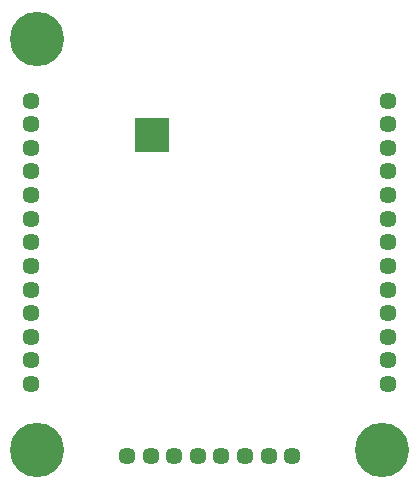
<source format=gbr>
%TF.GenerationSoftware,KiCad,Pcbnew,(5.1.6)-1*%
%TF.CreationDate,2021-04-01T07:08:55+01:00*%
%TF.ProjectId,xbeesxadapter,78626565-7378-4616-9461-707465722e6b,rev?*%
%TF.SameCoordinates,Original*%
%TF.FileFunction,Soldermask,Bot*%
%TF.FilePolarity,Negative*%
%FSLAX46Y46*%
G04 Gerber Fmt 4.6, Leading zero omitted, Abs format (unit mm)*
G04 Created by KiCad (PCBNEW (5.1.6)-1) date 2021-04-01 07:08:55*
%MOMM*%
%LPD*%
G01*
G04 APERTURE LIST*
%ADD10R,2.890000X2.890000*%
%ADD11C,1.450000*%
%ADD12C,4.600000*%
G04 APERTURE END LIST*
D10*
%TO.C,U1*%
X143807500Y-57709500D03*
D11*
X133600000Y-54780000D03*
X133600000Y-56780000D03*
X133600000Y-58780000D03*
X133600000Y-60780000D03*
X133600000Y-62780000D03*
X133600000Y-64780000D03*
X133600000Y-66780000D03*
X133600000Y-68780000D03*
X133600000Y-70780000D03*
X133600000Y-72780000D03*
X133600000Y-74780000D03*
X133600000Y-76780000D03*
X133600000Y-78780000D03*
X141700000Y-84862000D03*
X143700000Y-84862000D03*
X145700000Y-84862000D03*
X147700000Y-84862000D03*
X149700000Y-84862000D03*
X151700000Y-84862000D03*
X153700000Y-84862000D03*
X155700000Y-84862000D03*
X163800000Y-78780000D03*
X163800000Y-76780000D03*
X163800000Y-74780000D03*
X163800000Y-72780000D03*
X163800000Y-70780000D03*
X163800000Y-68780000D03*
X163800000Y-66780000D03*
X163800000Y-64780000D03*
X163800000Y-62780000D03*
X163800000Y-60780000D03*
X163800000Y-58780000D03*
X163800000Y-56780000D03*
X163800000Y-54780000D03*
D12*
X163300000Y-84380000D03*
X134100000Y-84380000D03*
X134100000Y-49530000D03*
%TD*%
M02*

</source>
